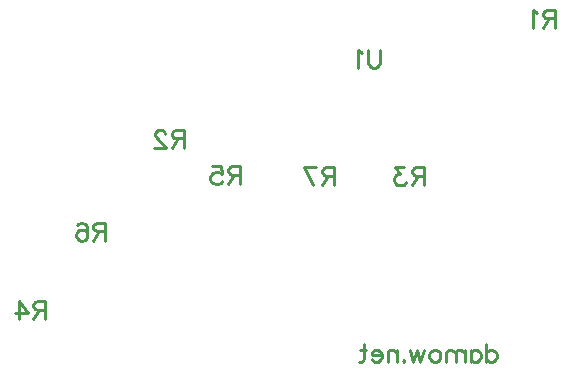
<source format=gbr>
G04 DipTrace 3.2.0.1*
G04 BottomSilk.gbr*
%MOIN*%
G04 #@! TF.FileFunction,Legend,Bot*
G04 #@! TF.Part,Single*
%ADD85C,0.009264*%
%FSLAX26Y26*%
G04*
G70*
G90*
G75*
G01*
G04 BotSilk*
%LPD*%
X2892658Y1615105D2*
D85*
X2866858D1*
X2858236Y1618023D1*
X2855318Y1620875D1*
X2852466Y1626579D1*
Y1632349D1*
X2855318Y1638053D1*
X2858236Y1640971D1*
X2866858Y1643823D1*
X2892658D1*
Y1583535D1*
X2872562Y1615105D2*
X2852466Y1583535D1*
X2833939Y1632283D2*
X2828169Y1635201D1*
X2819547Y1643756D1*
Y1583535D1*
X1655558Y1215105D2*
X1629758D1*
X1621136Y1218023D1*
X1618218Y1220875D1*
X1615366Y1226579D1*
Y1232349D1*
X1618218Y1238053D1*
X1621136Y1240971D1*
X1629758Y1243823D1*
X1655558D1*
Y1183535D1*
X1635462Y1215105D2*
X1615366Y1183535D1*
X1593921Y1229431D2*
Y1232283D1*
X1591069Y1238053D1*
X1588217Y1240905D1*
X1582447Y1243756D1*
X1570973D1*
X1565269Y1240905D1*
X1562417Y1238053D1*
X1559499Y1232283D1*
Y1226579D1*
X1562417Y1220809D1*
X1568121Y1212253D1*
X1596839Y1183535D1*
X1556647D1*
X2455755Y1090105D2*
X2429955D1*
X2421333Y1093023D1*
X2418415Y1095875D1*
X2415563Y1101579D1*
Y1107349D1*
X2418415Y1113053D1*
X2421333Y1115971D1*
X2429955Y1118823D1*
X2455755D1*
Y1058535D1*
X2435659Y1090105D2*
X2415563Y1058535D1*
X2391266Y1118756D2*
X2359762D1*
X2376940Y1095809D1*
X2368318D1*
X2362614Y1092957D1*
X2359762Y1090105D1*
X2356844Y1081483D1*
Y1075779D1*
X2359762Y1067157D1*
X2365466Y1061387D1*
X2374088Y1058535D1*
X2382710D1*
X2391266Y1061387D1*
X2394117Y1064305D1*
X2397036Y1070009D1*
X1194582Y644239D2*
X1168782D1*
X1160160Y647157D1*
X1157242Y650009D1*
X1154390Y655713D1*
Y661483D1*
X1157242Y667187D1*
X1160160Y670105D1*
X1168782Y672957D1*
X1194582D1*
Y612669D1*
X1174486Y644239D2*
X1154390Y612669D1*
X1107145D2*
Y672890D1*
X1135863Y632765D1*
X1092819D1*
X1843156Y1094237D2*
X1817357D1*
X1808734Y1097156D1*
X1805816Y1100007D1*
X1802964Y1105711D1*
Y1111481D1*
X1805816Y1117185D1*
X1808734Y1120103D1*
X1817357Y1122955D1*
X1843156D1*
Y1062667D1*
X1823060Y1094237D2*
X1802964Y1062667D1*
X1750015Y1122889D2*
X1778667D1*
X1781519Y1097089D1*
X1778667Y1099941D1*
X1770045Y1102859D1*
X1761489D1*
X1752867Y1099941D1*
X1747097Y1094237D1*
X1744245Y1085615D1*
Y1079911D1*
X1747097Y1071289D1*
X1752867Y1065519D1*
X1761489Y1062667D1*
X1770045D1*
X1778667Y1065519D1*
X1781519Y1068437D1*
X1784437Y1074141D1*
X1393145Y905658D2*
X1367345D1*
X1358723Y908576D1*
X1355805Y911428D1*
X1352953Y917132D1*
Y922902D1*
X1355805Y928606D1*
X1358723Y931524D1*
X1367345Y934376D1*
X1393145D1*
Y874088D1*
X1373049Y905658D2*
X1352953Y874088D1*
X1300004Y925754D2*
X1302856Y931458D1*
X1311478Y934310D1*
X1317182D1*
X1325804Y931458D1*
X1331574Y922836D1*
X1334426Y908510D1*
Y894184D1*
X1331574Y882710D1*
X1325804Y876940D1*
X1317182Y874088D1*
X1314330D1*
X1305774Y876940D1*
X1300004Y882710D1*
X1297152Y891332D1*
Y894184D1*
X1300004Y902806D1*
X1305774Y908510D1*
X1314330Y911362D1*
X1317182D1*
X1325804Y908510D1*
X1331574Y902806D1*
X1334426Y894184D1*
X2155755Y1090105D2*
X2129955D1*
X2121333Y1093023D1*
X2118415Y1095875D1*
X2115563Y1101579D1*
Y1107349D1*
X2118415Y1113053D1*
X2121333Y1115971D1*
X2129955Y1118823D1*
X2155755D1*
Y1058535D1*
X2135659Y1090105D2*
X2115563Y1058535D1*
X2085562D2*
X2056844Y1118756D1*
X2097036D1*
X2309776Y1510555D2*
Y1467511D1*
X2306924Y1458889D1*
X2301154Y1453185D1*
X2292532Y1450267D1*
X2286828D1*
X2278206Y1453185D1*
X2272436Y1458889D1*
X2269584Y1467511D1*
Y1510555D1*
X2251057Y1499015D2*
X2245287Y1501933D1*
X2236665Y1510489D1*
Y1450267D1*
X2664404Y531070D2*
Y470782D1*
Y502351D2*
X2670108Y508122D1*
X2675878Y510974D1*
X2684500D1*
X2690204Y508122D1*
X2695974Y502351D1*
X2698826Y493729D1*
Y488026D1*
X2695974Y479404D1*
X2690204Y473700D1*
X2684500Y470782D1*
X2675878D1*
X2670108Y473700D1*
X2664404Y479404D1*
X2611455Y510974D2*
Y470782D1*
Y502351D2*
X2617159Y508122D1*
X2622929Y510974D1*
X2631485D1*
X2637255Y508122D1*
X2642959Y502351D1*
X2645877Y493729D1*
Y488026D1*
X2642959Y479404D1*
X2637255Y473700D1*
X2631485Y470782D1*
X2622929D1*
X2617159Y473700D1*
X2611455Y479404D1*
X2592928Y510974D2*
Y470782D1*
Y499500D2*
X2584306Y508122D1*
X2578536Y510974D1*
X2569980D1*
X2564210Y508122D1*
X2561358Y499500D1*
Y470782D1*
Y499500D2*
X2552736Y508122D1*
X2546966Y510974D1*
X2538410D1*
X2532640Y508122D1*
X2529722Y499500D1*
Y470782D1*
X2496869Y510974D2*
X2502573Y508122D1*
X2508343Y502351D1*
X2511195Y493729D1*
Y488026D1*
X2508343Y479404D1*
X2502573Y473700D1*
X2496869Y470782D1*
X2488247D1*
X2482477Y473700D1*
X2476773Y479404D1*
X2473855Y488026D1*
Y493729D1*
X2476773Y502351D1*
X2482477Y508122D1*
X2488247Y510974D1*
X2496869D1*
X2455327D2*
X2443854Y470782D1*
X2432380Y510974D1*
X2420906Y470782D1*
X2409432Y510974D1*
X2388053Y476552D2*
X2390905Y473633D1*
X2388053Y470782D1*
X2385134Y473633D1*
X2388053Y476552D1*
X2366607Y510974D2*
Y470782D1*
Y499500D2*
X2357985Y508122D1*
X2352215Y510974D1*
X2343659D1*
X2337889Y508122D1*
X2335037Y499500D1*
Y470782D1*
X2316510Y493729D2*
X2282088D1*
Y499500D1*
X2284940Y505270D1*
X2287792Y508122D1*
X2293562Y510974D1*
X2302184D1*
X2307888Y508122D1*
X2313658Y502351D1*
X2316510Y493729D1*
Y488026D1*
X2313658Y479404D1*
X2307888Y473700D1*
X2302184Y470782D1*
X2293562D1*
X2287792Y473700D1*
X2282088Y479404D1*
X2254939Y531070D2*
Y482255D1*
X2252087Y473700D1*
X2246317Y470782D1*
X2240613D1*
X2263561Y510974D2*
X2243465D1*
M02*

</source>
